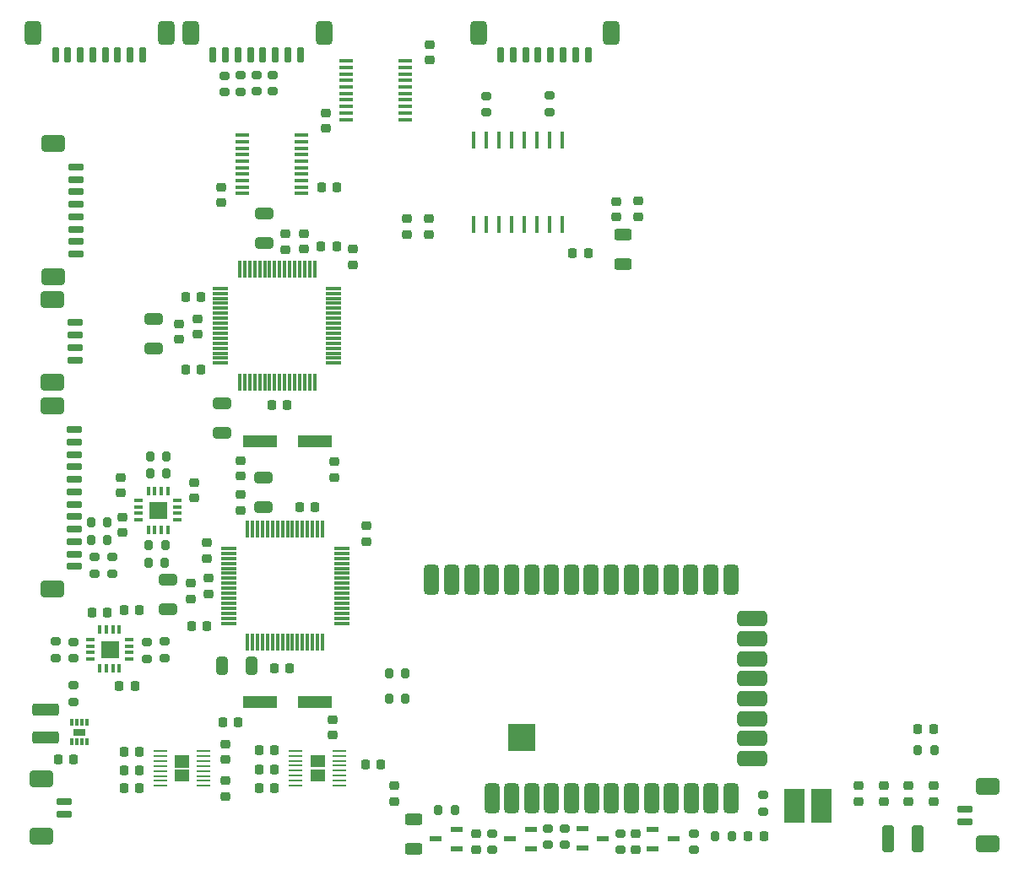
<source format=gbr>
%TF.GenerationSoftware,KiCad,Pcbnew,7.0.6*%
%TF.CreationDate,2024-04-07T14:57:10-04:00*%
%TF.ProjectId,mainbox,6d61696e-626f-4782-9e6b-696361645f70,rev?*%
%TF.SameCoordinates,Original*%
%TF.FileFunction,Paste,Top*%
%TF.FilePolarity,Positive*%
%FSLAX46Y46*%
G04 Gerber Fmt 4.6, Leading zero omitted, Abs format (unit mm)*
G04 Created by KiCad (PCBNEW 7.0.6) date 2024-04-07 14:57:10*
%MOMM*%
%LPD*%
G01*
G04 APERTURE LIST*
G04 Aperture macros list*
%AMRoundRect*
0 Rectangle with rounded corners*
0 $1 Rounding radius*
0 $2 $3 $4 $5 $6 $7 $8 $9 X,Y pos of 4 corners*
0 Add a 4 corners polygon primitive as box body*
4,1,4,$2,$3,$4,$5,$6,$7,$8,$9,$2,$3,0*
0 Add four circle primitives for the rounded corners*
1,1,$1+$1,$2,$3*
1,1,$1+$1,$4,$5*
1,1,$1+$1,$6,$7*
1,1,$1+$1,$8,$9*
0 Add four rect primitives between the rounded corners*
20,1,$1+$1,$2,$3,$4,$5,0*
20,1,$1+$1,$4,$5,$6,$7,0*
20,1,$1+$1,$6,$7,$8,$9,0*
20,1,$1+$1,$8,$9,$2,$3,0*%
G04 Aperture macros list end*
%ADD10C,0.010000*%
%ADD11RoundRect,0.380000X0.380000X-1.120000X0.380000X1.120000X-0.380000X1.120000X-0.380000X-1.120000X0*%
%ADD12RoundRect,0.380000X1.120000X0.380000X-1.120000X0.380000X-1.120000X-0.380000X1.120000X-0.380000X0*%
%ADD13RoundRect,0.100000X1.295000X-1.295000X1.295000X1.295000X-1.295000X1.295000X-1.295000X-1.295000X0*%
%ADD14RoundRect,0.425000X0.775000X-0.425000X0.775000X0.425000X-0.775000X0.425000X-0.775000X-0.425000X0*%
%ADD15RoundRect,0.150000X0.650000X-0.150000X0.650000X0.150000X-0.650000X0.150000X-0.650000X-0.150000X0*%
%ADD16RoundRect,0.200000X0.200000X0.275000X-0.200000X0.275000X-0.200000X-0.275000X0.200000X-0.275000X0*%
%ADD17RoundRect,0.250000X-0.325000X-0.650000X0.325000X-0.650000X0.325000X0.650000X-0.325000X0.650000X0*%
%ADD18RoundRect,0.200000X-0.275000X0.200000X-0.275000X-0.200000X0.275000X-0.200000X0.275000X0.200000X0*%
%ADD19RoundRect,0.200000X-0.200000X-0.275000X0.200000X-0.275000X0.200000X0.275000X-0.200000X0.275000X0*%
%ADD20RoundRect,0.225000X0.250000X-0.225000X0.250000X0.225000X-0.250000X0.225000X-0.250000X-0.225000X0*%
%ADD21R,1.250000X0.600000*%
%ADD22RoundRect,0.225000X-0.250000X0.225000X-0.250000X-0.225000X0.250000X-0.225000X0.250000X0.225000X0*%
%ADD23RoundRect,0.200000X0.275000X-0.200000X0.275000X0.200000X-0.275000X0.200000X-0.275000X-0.200000X0*%
%ADD24R,3.500000X1.200000*%
%ADD25RoundRect,0.250000X-0.650000X0.325000X-0.650000X-0.325000X0.650000X-0.325000X0.650000X0.325000X0*%
%ADD26RoundRect,0.225000X0.225000X0.250000X-0.225000X0.250000X-0.225000X-0.250000X0.225000X-0.250000X0*%
%ADD27RoundRect,0.218750X-0.218750X-0.256250X0.218750X-0.256250X0.218750X0.256250X-0.218750X0.256250X0*%
%ADD28RoundRect,0.225000X-0.225000X-0.250000X0.225000X-0.250000X0.225000X0.250000X-0.225000X0.250000X0*%
%ADD29R,0.406400X1.676400*%
%ADD30RoundRect,0.425000X-0.425000X-0.775000X0.425000X-0.775000X0.425000X0.775000X-0.425000X0.775000X0*%
%ADD31RoundRect,0.150000X-0.150000X-0.650000X0.150000X-0.650000X0.150000X0.650000X-0.150000X0.650000X0*%
%ADD32RoundRect,0.250000X0.650000X-0.325000X0.650000X0.325000X-0.650000X0.325000X-0.650000X-0.325000X0*%
%ADD33R,1.397000X0.279400*%
%ADD34RoundRect,0.218750X0.218750X0.256250X-0.218750X0.256250X-0.218750X-0.256250X0.218750X-0.256250X0*%
%ADD35RoundRect,0.250000X-0.625000X0.312500X-0.625000X-0.312500X0.625000X-0.312500X0.625000X0.312500X0*%
%ADD36RoundRect,0.012800X-0.147200X0.407200X-0.147200X-0.407200X0.147200X-0.407200X0.147200X0.407200X0*%
%ADD37RoundRect,0.012800X-0.407200X-0.147200X0.407200X-0.147200X0.407200X0.147200X-0.407200X0.147200X0*%
%ADD38R,2.000000X3.500000*%
%ADD39RoundRect,0.218750X-0.256250X0.218750X-0.256250X-0.218750X0.256250X-0.218750X0.256250X0.218750X0*%
%ADD40R,0.300000X0.800000*%
%ADD41R,1.300000X0.700000*%
%ADD42RoundRect,0.250000X-0.325000X-1.100000X0.325000X-1.100000X0.325000X1.100000X-0.325000X1.100000X0*%
%ADD43RoundRect,0.012800X0.407200X0.147200X-0.407200X0.147200X-0.407200X-0.147200X0.407200X-0.147200X0*%
%ADD44R,1.475000X0.450000*%
%ADD45RoundRect,0.250000X1.075000X-0.375000X1.075000X0.375000X-1.075000X0.375000X-1.075000X-0.375000X0*%
%ADD46RoundRect,0.008400X0.131600X-0.771600X0.131600X0.771600X-0.131600X0.771600X-0.131600X-0.771600X0*%
%ADD47RoundRect,0.039200X0.740800X-0.100800X0.740800X0.100800X-0.740800X0.100800X-0.740800X-0.100800X0*%
%ADD48RoundRect,0.425000X-0.775000X0.425000X-0.775000X-0.425000X0.775000X-0.425000X0.775000X0.425000X0*%
%ADD49RoundRect,0.150000X-0.650000X0.150000X-0.650000X-0.150000X0.650000X-0.150000X0.650000X0.150000X0*%
G04 APERTURE END LIST*
%TO.C,U3*%
G36*
X154649500Y-124106000D02*
G01*
X153198500Y-124106000D01*
X153198500Y-122883600D01*
X154649500Y-122883600D01*
X154649500Y-124106000D01*
G37*
G36*
X154649500Y-125528400D02*
G01*
X153198500Y-125528400D01*
X153198500Y-124306000D01*
X154649500Y-124306000D01*
X154649500Y-125528400D01*
G37*
%TO.C,U6*%
D10*
X138742000Y-99136500D02*
X137102000Y-99136500D01*
X137102000Y-97496500D01*
X138742000Y-97496500D01*
X138742000Y-99136500D01*
G36*
X138742000Y-99136500D02*
G01*
X137102000Y-99136500D01*
X137102000Y-97496500D01*
X138742000Y-97496500D01*
X138742000Y-99136500D01*
G37*
%TO.C,U1*%
X133897500Y-113088000D02*
X132257500Y-113088000D01*
X132257500Y-111448000D01*
X133897500Y-111448000D01*
X133897500Y-113088000D01*
G36*
X133897500Y-113088000D02*
G01*
X132257500Y-113088000D01*
X132257500Y-111448000D01*
X133897500Y-111448000D01*
X133897500Y-113088000D01*
G37*
%TO.C,U8*%
G36*
X141035100Y-124133998D02*
G01*
X139584100Y-124133998D01*
X139584100Y-122911598D01*
X141035100Y-122911598D01*
X141035100Y-124133998D01*
G37*
G36*
X141035100Y-125556398D02*
G01*
X139584100Y-125556398D01*
X139584100Y-124333998D01*
X141035100Y-124333998D01*
X141035100Y-125556398D01*
G37*
%TD*%
D11*
%TO.C,IC8*%
X171404000Y-127184000D03*
X173404000Y-127184000D03*
X175404000Y-127184000D03*
X177404000Y-127184000D03*
X179404000Y-127184000D03*
X181404000Y-127184000D03*
X183404000Y-127184000D03*
X185404000Y-127184000D03*
X187404000Y-127184000D03*
X189404000Y-127184000D03*
X191404000Y-127184000D03*
X193404000Y-127184000D03*
X195404000Y-127184000D03*
D12*
X197484000Y-123224000D03*
X197484000Y-121224000D03*
X197484000Y-119224000D03*
X197484000Y-117224000D03*
X197484000Y-115224000D03*
X197484000Y-113224000D03*
X197484000Y-111224000D03*
X197484000Y-109224000D03*
D11*
X195374000Y-105324000D03*
X193374000Y-105324000D03*
X191374000Y-105324000D03*
X189374000Y-105324000D03*
X187374000Y-105324000D03*
X185374000Y-105324000D03*
X183374000Y-105324000D03*
X181374000Y-105324000D03*
X179374000Y-105324000D03*
X177374000Y-105324000D03*
X175374000Y-105324000D03*
X173374000Y-105324000D03*
X171374000Y-105324000D03*
X169374000Y-105324000D03*
X167374000Y-105324000D03*
X165374000Y-105324000D03*
D13*
X174369000Y-121129000D03*
%TD*%
D14*
%TO.C,J7*%
X127417000Y-74874000D03*
X127417000Y-61524000D03*
D15*
X129667000Y-63874000D03*
X129667000Y-65124000D03*
X129667000Y-66374000D03*
X129667000Y-67624000D03*
X129667000Y-68874000D03*
X129667000Y-70124000D03*
X129667000Y-71374000D03*
X129667000Y-72624000D03*
%TD*%
D16*
%TO.C,R27*%
X138769000Y-94615000D03*
X137119000Y-94615000D03*
%TD*%
D17*
%TO.C,C19*%
X144321000Y-113944400D03*
X147271000Y-113944400D03*
%TD*%
D18*
%TO.C,R18*%
X198628000Y-126898400D03*
X198628000Y-128548400D03*
%TD*%
D19*
%TO.C,R26*%
X131191000Y-99568000D03*
X132841000Y-99568000D03*
%TD*%
D20*
%TO.C,C5*%
X150723600Y-72149000D03*
X150723600Y-70599000D03*
%TD*%
D21*
%TO.C,IC4*%
X175294000Y-132273000D03*
X175294000Y-130363000D03*
X173194000Y-131318000D03*
%TD*%
D22*
%TO.C,C34*%
X134325000Y-98991500D03*
X134325000Y-100541500D03*
%TD*%
D19*
%TO.C,R5*%
X136970000Y-103632000D03*
X138620000Y-103632000D03*
%TD*%
D18*
%TO.C,R1*%
X129435500Y-111530000D03*
X129435500Y-113180000D03*
%TD*%
D23*
%TO.C,R30*%
X146202400Y-56337200D03*
X146202400Y-54687200D03*
%TD*%
%TO.C,R21*%
X136779000Y-113220000D03*
X136779000Y-111570000D03*
%TD*%
D22*
%TO.C,C8*%
X169799000Y-130797000D03*
X169799000Y-132347000D03*
%TD*%
D24*
%TO.C,Y1*%
X148126000Y-117602000D03*
X153626000Y-117602000D03*
%TD*%
D14*
%TO.C,J20*%
X127290000Y-106223000D03*
X127290000Y-87873000D03*
D15*
X129540000Y-90223000D03*
X129540000Y-91473000D03*
X129540000Y-92723000D03*
X129540000Y-93973000D03*
X129540000Y-95223000D03*
X129540000Y-96473000D03*
X129540000Y-97723000D03*
X129540000Y-98973000D03*
X129540000Y-100223000D03*
X129540000Y-101473000D03*
X129540000Y-102723000D03*
X129540000Y-103973000D03*
%TD*%
D19*
%TO.C,R10*%
X166024000Y-128397000D03*
X167674000Y-128397000D03*
%TD*%
D20*
%TO.C,C35*%
X141564000Y-97086500D03*
X141564000Y-95536500D03*
%TD*%
%TO.C,C36*%
X134213600Y-96583800D03*
X134213600Y-95033800D03*
%TD*%
D19*
%TO.C,R17*%
X161100000Y-117221000D03*
X162750000Y-117221000D03*
%TD*%
%TO.C,R23*%
X131191000Y-101346000D03*
X132841000Y-101346000D03*
%TD*%
D25*
%TO.C,C20*%
X148463000Y-95045000D03*
X148463000Y-97995000D03*
%TD*%
D22*
%TO.C,C14*%
X183896000Y-67347800D03*
X183896000Y-68897800D03*
%TD*%
D26*
%TO.C,C52*%
X142253000Y-76949000D03*
X140703000Y-76949000D03*
%TD*%
D27*
%TO.C,D2*%
X214147300Y-120243600D03*
X215722300Y-120243600D03*
%TD*%
D18*
%TO.C,R8*%
X171450000Y-130747000D03*
X171450000Y-132397000D03*
%TD*%
D28*
%TO.C,C22*%
X144411400Y-119583200D03*
X145961400Y-119583200D03*
%TD*%
D20*
%TO.C,C40*%
X165150800Y-53149800D03*
X165150800Y-51599800D03*
%TD*%
D23*
%TO.C,R31*%
X147828000Y-56310800D03*
X147828000Y-54660800D03*
%TD*%
D20*
%TO.C,C21*%
X146177000Y-98311000D03*
X146177000Y-96761000D03*
%TD*%
D26*
%TO.C,C43*%
X136030000Y-122555000D03*
X134480000Y-122555000D03*
%TD*%
%TO.C,C39*%
X149619000Y-124314000D03*
X148069000Y-124314000D03*
%TD*%
D20*
%TO.C,C25*%
X210693000Y-127521000D03*
X210693000Y-125971000D03*
%TD*%
D16*
%TO.C,R12*%
X215773000Y-122428000D03*
X214123000Y-122428000D03*
%TD*%
D29*
%TO.C,T1*%
X169545000Y-69646800D03*
X170815000Y-69646800D03*
X172085000Y-69646800D03*
X173355000Y-69646800D03*
X174625000Y-69646800D03*
X175895000Y-69646800D03*
X177165000Y-69646800D03*
X178435000Y-69646800D03*
X178435000Y-61163200D03*
X177165000Y-61163200D03*
X175895000Y-61163200D03*
X174625000Y-61163200D03*
X173355000Y-61163200D03*
X172085000Y-61163200D03*
X170815000Y-61163200D03*
X169545000Y-61163200D03*
%TD*%
D18*
%TO.C,R20*%
X127635000Y-111506000D03*
X127635000Y-113156000D03*
%TD*%
D21*
%TO.C,IC5*%
X167894000Y-132273000D03*
X167894000Y-130363000D03*
X165794000Y-131318000D03*
%TD*%
D26*
%TO.C,C9*%
X153683000Y-98044000D03*
X152133000Y-98044000D03*
%TD*%
%TO.C,C28*%
X132855000Y-108585000D03*
X131305000Y-108585000D03*
%TD*%
D22*
%TO.C,C46*%
X144653000Y-125463000D03*
X144653000Y-127013000D03*
%TD*%
D18*
%TO.C,R14*%
X178689000Y-130239000D03*
X178689000Y-131889000D03*
%TD*%
D22*
%TO.C,C7*%
X162915600Y-69088000D03*
X162915600Y-70638000D03*
%TD*%
D23*
%TO.C,R2*%
X138557000Y-113156000D03*
X138557000Y-111506000D03*
%TD*%
D20*
%TO.C,C62*%
X186080400Y-68847000D03*
X186080400Y-67297000D03*
%TD*%
D30*
%TO.C,J10*%
X141194700Y-50414900D03*
X154544700Y-50414900D03*
D31*
X152194700Y-52664900D03*
X150944700Y-52664900D03*
X149694700Y-52664900D03*
X148444700Y-52664900D03*
X147194700Y-52664900D03*
X145944700Y-52664900D03*
X144694700Y-52664900D03*
X143444700Y-52664900D03*
%TD*%
D32*
%TO.C,C55*%
X137464800Y-82107000D03*
X137464800Y-79157000D03*
%TD*%
D22*
%TO.C,C11*%
X158800800Y-99910600D03*
X158800800Y-101460600D03*
%TD*%
D33*
%TO.C,U3*%
X151739600Y-122455998D03*
X151739600Y-122956000D03*
X151739600Y-123455999D03*
X151739600Y-123956000D03*
X151739600Y-124456000D03*
X151739600Y-124955998D03*
X151739600Y-125456000D03*
X151739600Y-125955999D03*
X156108400Y-125956002D03*
X156108400Y-125456000D03*
X156108400Y-124956001D03*
X156108400Y-124456000D03*
X156108400Y-123956000D03*
X156108400Y-123456002D03*
X156108400Y-122956000D03*
X156108400Y-122456001D03*
%TD*%
D34*
%TO.C,D4*%
X198704300Y-131064000D03*
X197129300Y-131064000D03*
%TD*%
D22*
%TO.C,C54*%
X140055600Y-79641400D03*
X140055600Y-81191400D03*
%TD*%
D35*
%TO.C,R11*%
X163576000Y-129347500D03*
X163576000Y-132272500D03*
%TD*%
D18*
%TO.C,R9*%
X177038000Y-130239000D03*
X177038000Y-131889000D03*
%TD*%
D19*
%TO.C,R22*%
X136993000Y-101854000D03*
X138643000Y-101854000D03*
%TD*%
D23*
%TO.C,R32*%
X149453600Y-56310800D03*
X149453600Y-54660800D03*
%TD*%
D22*
%TO.C,C16*%
X141173200Y-105651000D03*
X141173200Y-107201000D03*
%TD*%
D20*
%TO.C,C47*%
X144653000Y-123330000D03*
X144653000Y-121780000D03*
%TD*%
D23*
%TO.C,R4*%
X177165000Y-58356000D03*
X177165000Y-56706000D03*
%TD*%
D21*
%TO.C,IC6*%
X180467000Y-130297000D03*
X180467000Y-132207000D03*
X182567000Y-131252000D03*
%TD*%
D26*
%TO.C,C44*%
X136030000Y-124388996D03*
X134480000Y-124388996D03*
%TD*%
D36*
%TO.C,U6*%
X138897000Y-96371500D03*
X138247000Y-96371500D03*
X137597000Y-96371500D03*
X136947000Y-96371500D03*
D37*
X135977000Y-97341500D03*
X135977000Y-97991500D03*
X135977000Y-98641500D03*
X135977000Y-99291500D03*
D36*
X136947000Y-100261500D03*
X137597000Y-100261500D03*
X138247000Y-100261500D03*
X138897000Y-100261500D03*
D37*
X139867000Y-99291500D03*
X139867000Y-98641500D03*
X139867000Y-97991500D03*
X139867000Y-97341500D03*
%TD*%
D22*
%TO.C,C51*%
X154736800Y-58457800D03*
X154736800Y-60007800D03*
%TD*%
D20*
%TO.C,C29*%
X215713000Y-127521000D03*
X215713000Y-125971000D03*
%TD*%
D28*
%TO.C,C32*%
X134480000Y-108331000D03*
X136030000Y-108331000D03*
%TD*%
D30*
%TO.C,J2*%
X170049100Y-50389500D03*
X183399100Y-50389500D03*
D31*
X181049100Y-52639500D03*
X179799100Y-52639500D03*
X178549100Y-52639500D03*
X177299100Y-52639500D03*
X176049100Y-52639500D03*
X174799100Y-52639500D03*
X173549100Y-52639500D03*
X172299100Y-52639500D03*
%TD*%
D20*
%TO.C,C27*%
X213203000Y-127521000D03*
X213203000Y-125971000D03*
%TD*%
D14*
%TO.C,J21*%
X126238000Y-131064000D03*
X126238000Y-125314000D03*
D15*
X128488000Y-127564000D03*
X128488000Y-128814000D03*
%TD*%
D20*
%TO.C,C23*%
X155448000Y-120904000D03*
X155448000Y-119354000D03*
%TD*%
D28*
%TO.C,C63*%
X127876000Y-123317000D03*
X129426000Y-123317000D03*
%TD*%
D26*
%TO.C,C42*%
X149619000Y-126238000D03*
X148069000Y-126238000D03*
%TD*%
D25*
%TO.C,C4*%
X148539200Y-68527400D03*
X148539200Y-71477400D03*
%TD*%
D28*
%TO.C,C30*%
X134048200Y-115951000D03*
X135598200Y-115951000D03*
%TD*%
%TO.C,C41*%
X158737000Y-123825000D03*
X160287000Y-123825000D03*
%TD*%
D20*
%TO.C,C12*%
X142798800Y-103137000D03*
X142798800Y-101587000D03*
%TD*%
%TO.C,C60*%
X165100000Y-70625000D03*
X165100000Y-69075000D03*
%TD*%
%TO.C,C33*%
X155575000Y-95009000D03*
X155575000Y-93459000D03*
%TD*%
D34*
%TO.C,D1*%
X181076700Y-72491600D03*
X179501700Y-72491600D03*
%TD*%
D38*
%TO.C,L2*%
X204479000Y-128016000D03*
X201779000Y-128016000D03*
%TD*%
D22*
%TO.C,C37*%
X144272000Y-65900000D03*
X144272000Y-67450000D03*
%TD*%
D23*
%TO.C,R3*%
X170815000Y-58420000D03*
X170815000Y-56770000D03*
%TD*%
D20*
%TO.C,C31*%
X146177000Y-94882000D03*
X146177000Y-93332000D03*
%TD*%
D16*
%TO.C,R28*%
X138770000Y-92964000D03*
X137120000Y-92964000D03*
%TD*%
D39*
%TO.C,D3*%
X161645600Y-125958500D03*
X161645600Y-127533500D03*
%TD*%
D18*
%TO.C,R25*%
X133350000Y-103010200D03*
X133350000Y-104660200D03*
%TD*%
D16*
%TO.C,R19*%
X195439800Y-131064000D03*
X193789800Y-131064000D03*
%TD*%
D40*
%TO.C,IC3*%
X129310000Y-121534000D03*
X129810000Y-121534000D03*
X130310000Y-121534000D03*
X130810000Y-121534000D03*
X130810000Y-119634000D03*
X130310000Y-119634000D03*
X129810000Y-119634000D03*
X129310000Y-119634000D03*
D41*
X130060000Y-120584000D03*
%TD*%
D24*
%TO.C,Y2*%
X148138000Y-91440000D03*
X153638000Y-91440000D03*
%TD*%
D23*
%TO.C,R7*%
X129413000Y-117538000D03*
X129413000Y-115888000D03*
%TD*%
D26*
%TO.C,C53*%
X142240000Y-84188000D03*
X140690000Y-84188000D03*
%TD*%
D42*
%TO.C,C3*%
X211123000Y-131318000D03*
X214073000Y-131318000D03*
%TD*%
D21*
%TO.C,IC7*%
X187511000Y-130363000D03*
X187511000Y-132273000D03*
X189611000Y-131318000D03*
%TD*%
D35*
%TO.C,R6*%
X184556400Y-70673500D03*
X184556400Y-73598500D03*
%TD*%
D23*
%TO.C,R29*%
X144576800Y-56361600D03*
X144576800Y-54711600D03*
%TD*%
%TO.C,R15*%
X191643000Y-132397000D03*
X191643000Y-130747000D03*
%TD*%
D14*
%TO.C,J1*%
X127351500Y-85494500D03*
X127351500Y-77144500D03*
D15*
X129601500Y-79494500D03*
X129601500Y-80744500D03*
X129601500Y-81994500D03*
X129601500Y-83244500D03*
%TD*%
D26*
%TO.C,C6*%
X142811800Y-109931200D03*
X141261800Y-109931200D03*
%TD*%
D28*
%TO.C,C2*%
X149351000Y-87757000D03*
X150901000Y-87757000D03*
%TD*%
D26*
%TO.C,C38*%
X149619000Y-122428000D03*
X148069000Y-122428000D03*
%TD*%
D32*
%TO.C,C1*%
X144373600Y-90527400D03*
X144373600Y-87577400D03*
%TD*%
D28*
%TO.C,C50*%
X154266600Y-71831200D03*
X155816600Y-71831200D03*
%TD*%
D43*
%TO.C,U1*%
X135022500Y-113243000D03*
X135022500Y-112593000D03*
X135022500Y-111943000D03*
X135022500Y-111293000D03*
D36*
X134052500Y-110323000D03*
X133402500Y-110323000D03*
X132752500Y-110323000D03*
X132102500Y-110323000D03*
D43*
X131132500Y-111293000D03*
X131132500Y-111943000D03*
X131132500Y-112593000D03*
X131132500Y-113243000D03*
D36*
X132102500Y-114213000D03*
X132752500Y-114213000D03*
X133402500Y-114213000D03*
X134052500Y-114213000D03*
%TD*%
D44*
%TO.C,IC1*%
X162704000Y-59109800D03*
X162704000Y-58459800D03*
X162704000Y-57809800D03*
X162704000Y-57159800D03*
X162704000Y-56509800D03*
X162704000Y-55859800D03*
X162704000Y-55209800D03*
X162704000Y-54559800D03*
X162704000Y-53909800D03*
X162704000Y-53259800D03*
X156828000Y-53259800D03*
X156828000Y-53909800D03*
X156828000Y-54559800D03*
X156828000Y-55209800D03*
X156828000Y-55859800D03*
X156828000Y-56509800D03*
X156828000Y-57159800D03*
X156828000Y-57809800D03*
X156828000Y-58459800D03*
X156828000Y-59109800D03*
%TD*%
D26*
%TO.C,C45*%
X136030000Y-126238000D03*
X134480000Y-126238000D03*
%TD*%
D20*
%TO.C,C10*%
X185801000Y-132347000D03*
X185801000Y-130797000D03*
%TD*%
D28*
%TO.C,C18*%
X149593000Y-114147600D03*
X151143000Y-114147600D03*
%TD*%
D20*
%TO.C,C49*%
X152527000Y-72098200D03*
X152527000Y-70548200D03*
%TD*%
D32*
%TO.C,C13*%
X138938000Y-108282000D03*
X138938000Y-105332000D03*
%TD*%
D28*
%TO.C,C15*%
X154292000Y-65913000D03*
X155842000Y-65913000D03*
%TD*%
D44*
%TO.C,IC2*%
X152273000Y-66548000D03*
X152273000Y-65898000D03*
X152273000Y-65248000D03*
X152273000Y-64598000D03*
X152273000Y-63948000D03*
X152273000Y-63298000D03*
X152273000Y-62648000D03*
X152273000Y-61998000D03*
X152273000Y-61348000D03*
X152273000Y-60698000D03*
X146397000Y-60698000D03*
X146397000Y-61348000D03*
X146397000Y-61998000D03*
X146397000Y-62648000D03*
X146397000Y-63298000D03*
X146397000Y-63948000D03*
X146397000Y-64598000D03*
X146397000Y-65248000D03*
X146397000Y-65898000D03*
X146397000Y-66548000D03*
%TD*%
D45*
%TO.C,L1*%
X126619000Y-121161000D03*
X126619000Y-118361000D03*
%TD*%
D46*
%TO.C,U4*%
X146907000Y-111586000D03*
X147407000Y-111586000D03*
X147907000Y-111586000D03*
X148407000Y-111586000D03*
X148907000Y-111586000D03*
X149407000Y-111586000D03*
X149907000Y-111586000D03*
X150407000Y-111586000D03*
X150907000Y-111586000D03*
X151407000Y-111586000D03*
X151907000Y-111586000D03*
X152407000Y-111586000D03*
X152907000Y-111586000D03*
X153407000Y-111586000D03*
X153907000Y-111586000D03*
X154407000Y-111586000D03*
D47*
X156337000Y-109656000D03*
X156337000Y-109156000D03*
X156337000Y-108656000D03*
X156337000Y-108156000D03*
X156337000Y-107656000D03*
X156337000Y-107156000D03*
X156337000Y-106656000D03*
X156337000Y-106156000D03*
X156337000Y-105656000D03*
X156337000Y-105156000D03*
X156337000Y-104656000D03*
X156337000Y-104156000D03*
X156337000Y-103656000D03*
X156337000Y-103156000D03*
X156337000Y-102656000D03*
X156337000Y-102156000D03*
D46*
X154407000Y-100226000D03*
X153907000Y-100226000D03*
X153407000Y-100226000D03*
X152907000Y-100226000D03*
X152407000Y-100226000D03*
X151907000Y-100226000D03*
X151407000Y-100226000D03*
X150907000Y-100226000D03*
X150407000Y-100226000D03*
X149907000Y-100226000D03*
X149407000Y-100226000D03*
X148907000Y-100226000D03*
X148407000Y-100226000D03*
X147907000Y-100226000D03*
X147407000Y-100226000D03*
X146907000Y-100226000D03*
D47*
X144977000Y-102156000D03*
X144977000Y-102656000D03*
X144977000Y-103156000D03*
X144977000Y-103656000D03*
X144977000Y-104156000D03*
X144977000Y-104656000D03*
X144977000Y-105156000D03*
X144977000Y-105656000D03*
X144977000Y-106156000D03*
X144977000Y-106656000D03*
X144977000Y-107156000D03*
X144977000Y-107656000D03*
X144977000Y-108156000D03*
X144977000Y-108656000D03*
X144977000Y-109156000D03*
X144977000Y-109656000D03*
%TD*%
D23*
%TO.C,R13*%
X184277000Y-132397000D03*
X184277000Y-130747000D03*
%TD*%
D19*
%TO.C,R16*%
X161100000Y-114681000D03*
X162750000Y-114681000D03*
%TD*%
D48*
%TO.C,J3*%
X221136500Y-126067500D03*
X221136500Y-131817500D03*
D49*
X218886500Y-129567500D03*
X218886500Y-128317500D03*
%TD*%
D46*
%TO.C,U2*%
X146122000Y-85491500D03*
X146622000Y-85491500D03*
X147122000Y-85491500D03*
X147622000Y-85491500D03*
X148122000Y-85491500D03*
X148622000Y-85491500D03*
X149122000Y-85491500D03*
X149622000Y-85491500D03*
X150122000Y-85491500D03*
X150622000Y-85491500D03*
X151122000Y-85491500D03*
X151622000Y-85491500D03*
X152122000Y-85491500D03*
X152622000Y-85491500D03*
X153122000Y-85491500D03*
X153622000Y-85491500D03*
D47*
X155552000Y-83561500D03*
X155552000Y-83061500D03*
X155552000Y-82561500D03*
X155552000Y-82061500D03*
X155552000Y-81561500D03*
X155552000Y-81061500D03*
X155552000Y-80561500D03*
X155552000Y-80061500D03*
X155552000Y-79561500D03*
X155552000Y-79061500D03*
X155552000Y-78561500D03*
X155552000Y-78061500D03*
X155552000Y-77561500D03*
X155552000Y-77061500D03*
X155552000Y-76561500D03*
X155552000Y-76061500D03*
D46*
X153622000Y-74131500D03*
X153122000Y-74131500D03*
X152622000Y-74131500D03*
X152122000Y-74131500D03*
X151622000Y-74131500D03*
X151122000Y-74131500D03*
X150622000Y-74131500D03*
X150122000Y-74131500D03*
X149622000Y-74131500D03*
X149122000Y-74131500D03*
X148622000Y-74131500D03*
X148122000Y-74131500D03*
X147622000Y-74131500D03*
X147122000Y-74131500D03*
X146622000Y-74131500D03*
X146122000Y-74131500D03*
D47*
X144192000Y-76061500D03*
X144192000Y-76561500D03*
X144192000Y-77061500D03*
X144192000Y-77561500D03*
X144192000Y-78061500D03*
X144192000Y-78561500D03*
X144192000Y-79061500D03*
X144192000Y-79561500D03*
X144192000Y-80061500D03*
X144192000Y-80561500D03*
X144192000Y-81061500D03*
X144192000Y-81561500D03*
X144192000Y-82061500D03*
X144192000Y-82561500D03*
X144192000Y-83061500D03*
X144192000Y-83561500D03*
%TD*%
D30*
%TO.C,J4*%
X125370500Y-50389500D03*
X138720500Y-50389500D03*
D31*
X136370500Y-52639500D03*
X135120500Y-52639500D03*
X133870500Y-52639500D03*
X132620500Y-52639500D03*
X131370500Y-52639500D03*
X130120500Y-52639500D03*
X128870500Y-52639500D03*
X127620500Y-52639500D03*
%TD*%
D20*
%TO.C,C17*%
X208183000Y-127521000D03*
X208183000Y-125971000D03*
%TD*%
D33*
%TO.C,U8*%
X138125200Y-122483996D03*
X138125200Y-122983998D03*
X138125200Y-123483997D03*
X138125200Y-123983998D03*
X138125200Y-124483998D03*
X138125200Y-124983996D03*
X138125200Y-125483998D03*
X138125200Y-125983997D03*
X142494000Y-125984000D03*
X142494000Y-125483998D03*
X142494000Y-124983999D03*
X142494000Y-124483998D03*
X142494000Y-123983998D03*
X142494000Y-123484000D03*
X142494000Y-122983998D03*
X142494000Y-122483999D03*
%TD*%
D22*
%TO.C,C26*%
X157480000Y-72123000D03*
X157480000Y-73673000D03*
%TD*%
%TO.C,C24*%
X143002000Y-105143000D03*
X143002000Y-106693000D03*
%TD*%
D23*
%TO.C,R24*%
X131572000Y-104660200D03*
X131572000Y-103010200D03*
%TD*%
D22*
%TO.C,C48*%
X141859000Y-79095000D03*
X141859000Y-80645000D03*
%TD*%
M02*

</source>
